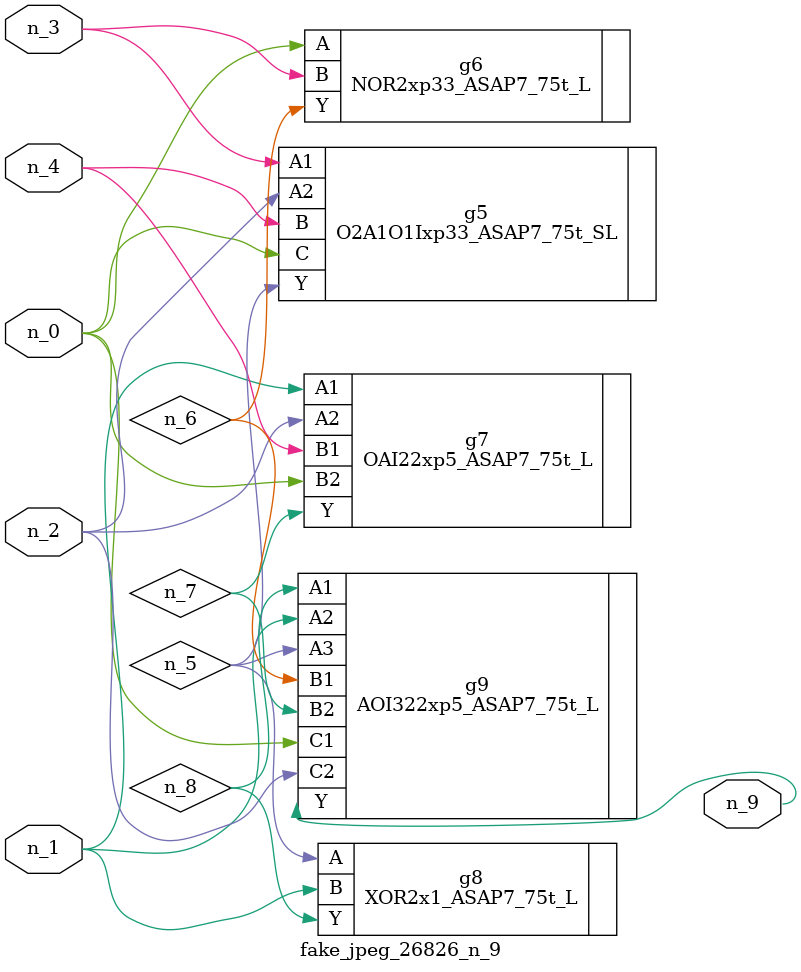
<source format=v>
module fake_jpeg_26826_n_9 (n_3, n_2, n_1, n_0, n_4, n_9);

input n_3;
input n_2;
input n_1;
input n_0;
input n_4;

output n_9;

wire n_8;
wire n_6;
wire n_5;
wire n_7;

O2A1O1Ixp33_ASAP7_75t_SL g5 ( 
.A1(n_3),
.A2(n_2),
.B(n_4),
.C(n_0),
.Y(n_5)
);

NOR2xp33_ASAP7_75t_L g6 ( 
.A(n_0),
.B(n_3),
.Y(n_6)
);

OAI22xp5_ASAP7_75t_L g7 ( 
.A1(n_1),
.A2(n_2),
.B1(n_4),
.B2(n_0),
.Y(n_7)
);

XOR2x1_ASAP7_75t_L g8 ( 
.A(n_5),
.B(n_1),
.Y(n_8)
);

AOI322xp5_ASAP7_75t_L g9 ( 
.A1(n_8),
.A2(n_1),
.A3(n_5),
.B1(n_6),
.B2(n_7),
.C1(n_0),
.C2(n_2),
.Y(n_9)
);


endmodule
</source>
